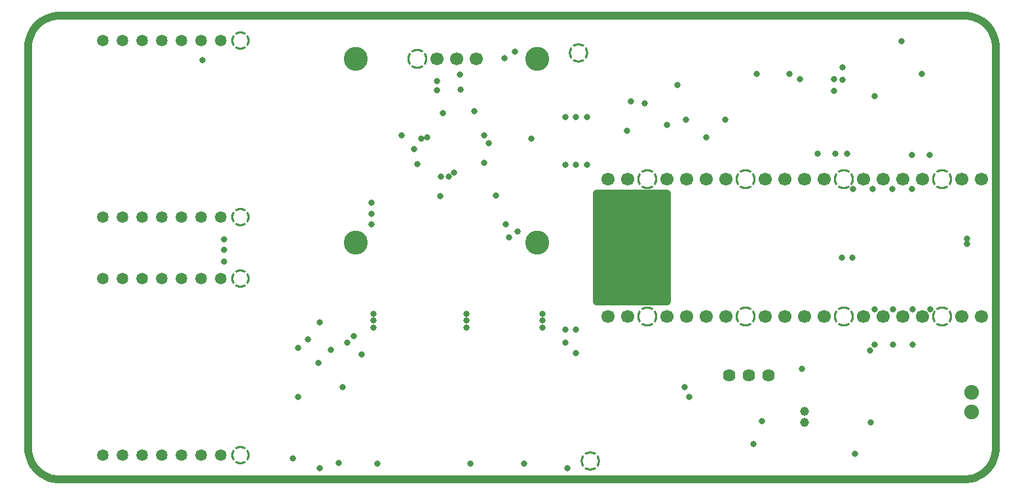
<source format=gbr>
%TF.GenerationSoftware,Altium Limited,Altium Designer,25.5.2 (35)*%
G04 Layer_Physical_Order=3*
G04 Layer_Color=128*
%FSLAX45Y45*%
%MOMM*%
%TF.SameCoordinates,71E00EFA-37BE-4E02-AFE8-A08B7019828F*%
%TF.FilePolarity,Negative*%
%TF.FileFunction,Copper,L3,Inr,Plane*%
%TF.Part,Single*%
G01*
G75*
%TA.AperFunction,NonConductor*%
%ADD59C,1.01600*%
%TA.AperFunction,ComponentPad*%
G04:AMPARAMS|DCode=60|XSize=2.524mm|YSize=2.524mm|CornerRadius=0mm|HoleSize=0mm|Usage=FLASHONLY|Rotation=0.000|XOffset=0mm|YOffset=0mm|HoleType=Round|Shape=Relief|Width=0.254mm|Gap=0.254mm|Entries=4|*
%AMTHD60*
7,0,0,2.52400,2.01600,0.25400,45*
%
%ADD60THD60*%
%ADD61C,1.90000*%
%ADD62C,1.70000*%
G04:AMPARAMS|DCode=63|XSize=2.624mm|YSize=2.624mm|CornerRadius=0mm|HoleSize=0mm|Usage=FLASHONLY|Rotation=0.000|XOffset=0mm|YOffset=0mm|HoleType=Round|Shape=Relief|Width=0.254mm|Gap=0.254mm|Entries=4|*
%AMTHD63*
7,0,0,2.62400,2.11600,0.25400,45*
%
%ADD63THD63*%
G04:AMPARAMS|DCode=64|XSize=2.413mm|YSize=2.413mm|CornerRadius=0mm|HoleSize=0mm|Usage=FLASHONLY|Rotation=0.000|XOffset=0mm|YOffset=0mm|HoleType=Round|Shape=Relief|Width=0.254mm|Gap=0.254mm|Entries=4|*
%AMTHD64*
7,0,0,2.41300,1.90500,0.25400,45*
%
%ADD64THD64*%
%ADD65C,1.48900*%
%ADD66C,1.62000*%
%ADD67C,1.15000*%
%TA.AperFunction,ViaPad*%
%ADD68C,3.10000*%
%ADD69C,0.80000*%
G36*
X8250006Y2300001D02*
X7350006D01*
Y3700001D01*
X8250006D01*
Y2300001D01*
D02*
G37*
D59*
X400001Y6000000D02*
X7500001Y5999999D01*
X373784Y6000000D02*
X400001D01*
X321798Y5993156D02*
X373784Y6000000D01*
X271150Y5979585D02*
X321798Y5993156D01*
X222706Y5959519D02*
X271150Y5979585D01*
X177296Y5933302D02*
X222706Y5959519D01*
X135697Y5901381D02*
X177296Y5933302D01*
X98620Y5864305D02*
X135697Y5901381D01*
X66700Y5822705D02*
X98620Y5864305D01*
X40482Y5777295D02*
X66700Y5822705D01*
X20416Y5728852D02*
X40482Y5777295D01*
X6845Y5678204D02*
X20416Y5728852D01*
X1Y5626218D02*
X6845Y5678204D01*
X2Y373783D02*
Y400001D01*
Y373783D02*
X6846Y321797D01*
X20417Y271149D01*
X40483Y222706D01*
X66700Y177296D01*
X98621Y135697D01*
X135698Y98620D01*
X177297Y66700D01*
X222707Y40483D01*
X271150Y20417D01*
X321798Y6846D01*
X373784Y2D01*
X12100002Y0D02*
X12126219Y1D01*
X12178205Y6845D01*
X12228853Y20416D01*
X12277297Y40482D01*
X12322706Y66699D01*
X12364306Y98619D01*
X12401383Y135696D01*
X12433303Y177295D01*
X12459520Y222705D01*
X12479586Y271149D01*
X12493157Y321797D01*
X12500001Y373783D01*
Y400000D01*
Y5600000D01*
X12500001Y5626217D02*
X12500001Y5600000D01*
X12493157Y5678203D02*
X12500001Y5626217D01*
X12479586Y5728851D02*
X12493157Y5678203D01*
X12459520Y5777294D02*
X12479586Y5728851D01*
X12433303Y5822704D02*
X12459520Y5777294D01*
X12401382Y5864303D02*
X12433303Y5822704D01*
X12364305Y5901380D02*
X12401382Y5864303D01*
X12322706Y5933300D02*
X12364305Y5901380D01*
X12277297Y5959517D02*
X12322706Y5933300D01*
X12228853Y5979583D02*
X12277297Y5959517D01*
X12178205Y5993154D02*
X12228853Y5979583D01*
X12126219Y5999999D02*
X12178205Y5993154D01*
X12100002Y5999998D02*
X12126219Y5999999D01*
X7500001Y5999999D02*
X12100002Y5999998D01*
X8250006Y2300001D02*
Y3700001D01*
X7350006Y2300001D02*
X8250006D01*
X7350006D02*
Y3700001D01*
X8250006D01*
X400001Y2D02*
X12100002Y0D01*
X373784Y2D02*
X400001Y2D01*
X1Y5600000D02*
X2Y400001D01*
X1Y5600000D02*
Y5626218D01*
D60*
X7262500Y240000D02*
D03*
X7110000Y5520000D02*
D03*
D61*
X12190001Y873000D02*
D03*
Y1127000D02*
D03*
D62*
X5278000Y5445000D02*
D03*
X5532000D02*
D03*
X5786000D02*
D03*
X12313240Y3889253D02*
D03*
X7487240Y2111253D02*
D03*
X12313240D02*
D03*
X12059240D02*
D03*
X11551240D02*
D03*
X11297240D02*
D03*
X11043240D02*
D03*
X10789240D02*
D03*
X10281240D02*
D03*
X10027240D02*
D03*
X9773240D02*
D03*
X9519240D02*
D03*
X9011240D02*
D03*
X12059240Y3889253D02*
D03*
X11551240D02*
D03*
X11297240D02*
D03*
X11043240D02*
D03*
X10789240D02*
D03*
X10281240D02*
D03*
X10027240D02*
D03*
X9773240D02*
D03*
X9519240D02*
D03*
X9011240D02*
D03*
X8757240D02*
D03*
X8503240D02*
D03*
X8249240D02*
D03*
X7741240D02*
D03*
X7487240D02*
D03*
X7741240Y2111253D02*
D03*
X8249240D02*
D03*
X8503240D02*
D03*
X8757240D02*
D03*
D63*
X5024000Y5445000D02*
D03*
X11805240Y2111253D02*
D03*
X10535240D02*
D03*
X9265240D02*
D03*
X11805240Y3889253D02*
D03*
X10535240D02*
D03*
X9265240D02*
D03*
X7995240D02*
D03*
Y2111253D02*
D03*
D64*
X2739002Y2603000D02*
D03*
Y317000D02*
D03*
Y5683000D02*
D03*
Y3397000D02*
D03*
D65*
X2231002Y2603000D02*
D03*
X1977002D02*
D03*
X1723002D02*
D03*
X1469002D02*
D03*
X1215002D02*
D03*
X961002D02*
D03*
X2485002D02*
D03*
Y317000D02*
D03*
X961002D02*
D03*
X1215002D02*
D03*
X1469002D02*
D03*
X1977002D02*
D03*
X2231002D02*
D03*
X1723002D02*
D03*
X2231002Y5683000D02*
D03*
X1977002D02*
D03*
X1723002D02*
D03*
X1469002D02*
D03*
X1215002D02*
D03*
X961002D02*
D03*
X2485002D02*
D03*
Y3397000D02*
D03*
X961002D02*
D03*
X1215002D02*
D03*
X1469002D02*
D03*
X1977002D02*
D03*
X2231002D02*
D03*
X1723002D02*
D03*
D66*
X9567500Y1347500D02*
D03*
X9313500D02*
D03*
X9059500D02*
D03*
D67*
X10030000Y880000D02*
D03*
Y740000D02*
D03*
D68*
X6579999Y5445000D02*
D03*
X4230001Y3065005D02*
D03*
X6579999D02*
D03*
X4230001Y5445000D02*
D03*
D69*
X4460002Y1965000D02*
D03*
Y2055000D02*
D03*
Y2145000D02*
D03*
X5660002Y1965000D02*
D03*
Y2055000D02*
D03*
Y2145000D02*
D03*
X6645001Y1965001D02*
D03*
Y2055001D02*
D03*
Y2145001D02*
D03*
X4202500Y1852500D02*
D03*
X6940000Y1770000D02*
D03*
X11550000Y5250000D02*
D03*
X11287500Y5672500D02*
D03*
X5030000Y4077500D02*
D03*
X4986926Y4278924D02*
D03*
X5432500Y3920000D02*
D03*
X5502057Y3970356D02*
D03*
X5155001Y4427500D02*
D03*
X5077109Y4410001D02*
D03*
X5588371Y5043842D02*
D03*
X10890000Y740000D02*
D03*
X10679018Y329018D02*
D03*
X5330001Y3920000D02*
D03*
X5890001Y4450000D02*
D03*
Y4100000D02*
D03*
X11660001Y2202500D02*
D03*
X10940001D02*
D03*
X11170001D02*
D03*
X11430001D02*
D03*
X10645000Y2870000D02*
D03*
X10512500D02*
D03*
X10657500Y3755000D02*
D03*
X10915000D02*
D03*
X11167500D02*
D03*
X11420000Y3757500D02*
D03*
X12135000Y3112500D02*
D03*
Y3047500D02*
D03*
X8482378Y1190000D02*
D03*
X10522500Y5170000D02*
D03*
Y5330000D02*
D03*
X6212500Y3130000D02*
D03*
X10409705Y5032500D02*
D03*
X10935005Y4960003D02*
D03*
X3617500Y1810000D02*
D03*
X7967499Y4867502D02*
D03*
X4432500Y3300000D02*
D03*
Y3440000D02*
D03*
Y3580000D02*
D03*
X10582500Y4220000D02*
D03*
X9969705Y5180000D02*
D03*
X10409705D02*
D03*
X9410000Y5250000D02*
D03*
X11430000Y1740000D02*
D03*
X10940000D02*
D03*
X10880000Y1670000D02*
D03*
X10000000Y1430000D02*
D03*
X8542378Y1070000D02*
D03*
X3770000Y2030000D02*
D03*
X3490000Y1070000D02*
D03*
Y1700000D02*
D03*
X4060000Y1190000D02*
D03*
X9480000Y750000D02*
D03*
X9370000Y460000D02*
D03*
X3770000Y140000D02*
D03*
X3420000Y270000D02*
D03*
X4010000Y210000D02*
D03*
X6410000Y200000D02*
D03*
X5710000D02*
D03*
X4510000D02*
D03*
X6969999Y140001D02*
D03*
X5320000Y3670000D02*
D03*
X4120000Y1770000D02*
D03*
X7080000Y1630000D02*
D03*
X4304751Y1617067D02*
D03*
X6291076Y5536707D02*
D03*
X6940000Y4690000D02*
D03*
X7220000D02*
D03*
X7080000D02*
D03*
X6940000Y1940000D02*
D03*
Y4070000D02*
D03*
X7080000D02*
D03*
X7220000D02*
D03*
X7080000Y1940000D02*
D03*
X3910000Y1680000D02*
D03*
X3750000Y1510000D02*
D03*
X2530000Y2820000D02*
D03*
Y3110000D02*
D03*
Y2970000D02*
D03*
X6150001Y5450000D02*
D03*
X10200001Y4220000D02*
D03*
X10430001D02*
D03*
X11420001Y4200000D02*
D03*
X11650001D02*
D03*
X4820001Y4450000D02*
D03*
X9010002Y4660000D02*
D03*
X8250001Y4590000D02*
D03*
X6320001Y3210000D02*
D03*
X6170001Y3300000D02*
D03*
X6502926Y4411923D02*
D03*
X5280001Y5039999D02*
D03*
X5280002Y5159999D02*
D03*
X2250002Y5430000D02*
D03*
X5580002Y5240000D02*
D03*
X7787498Y4897499D02*
D03*
X7740002Y4510000D02*
D03*
X8500002Y4660000D02*
D03*
X8760002Y4430000D02*
D03*
X9839711Y5250003D02*
D03*
X5355001Y4742500D02*
D03*
X6042502Y3672500D02*
D03*
X5950356Y4350356D02*
D03*
X5765001Y4765000D02*
D03*
X8387501Y5107499D02*
D03*
X11170000Y1740000D02*
D03*
%TF.MD5,e098e18634f10a1faf0b3d9489904c6e*%
M02*

</source>
